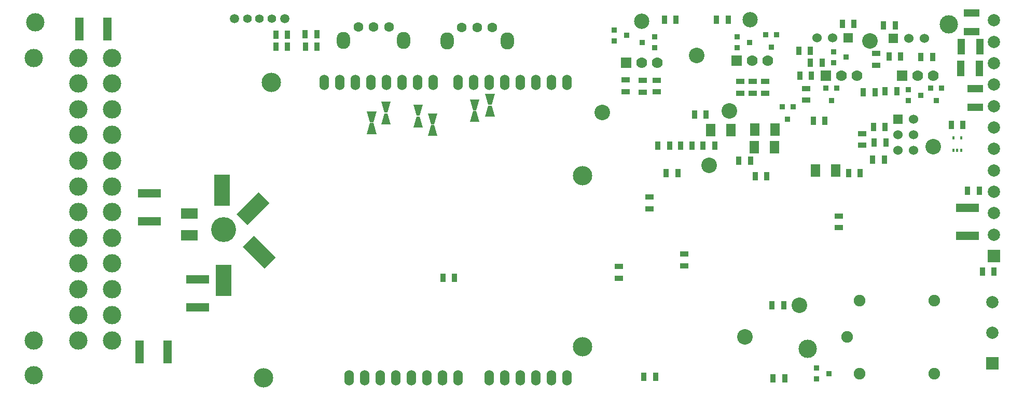
<source format=gbs>
G04 (created by PCBNEW (2013-03-19 BZR 4004)-stable) date 2/16/2014 5:39:05 PM*
%MOIN*%
G04 Gerber Fmt 3.4, Leading zero omitted, Abs format*
%FSLAX34Y34*%
G01*
G70*
G90*
G04 APERTURE LIST*
%ADD10C,0.006*%
%ADD11R,0.036X0.036*%
%ADD12R,0.035X0.055*%
%ADD13R,0.012X0.02*%
%ADD14R,0.06X0.08*%
%ADD15R,0.055X0.035*%
%ADD16R,0.06X0.06*%
%ADD17C,0.06*%
%ADD18R,0.0787402X0.0787402*%
%ADD19C,0.0787402*%
%ADD20R,0.15X0.055*%
%ADD21R,0.055X0.15*%
%ADD22R,0.11X0.07*%
%ADD23C,0.075*%
%ADD24C,0.11811*%
%ADD25C,0.16*%
%ADD26R,0.1X0.2*%
%ADD27R,0.1X0.05*%
%ADD28R,0.05X0.1*%
%ADD29C,0.0984252*%
%ADD30C,0.07*%
%ADD31R,0.07X0.07*%
%ADD32O,0.0866142X0.110236*%
%ADD33C,0.0629921*%
%ADD34C,0.0590551*%
%ADD35C,0.0551181*%
%ADD36O,0.06X0.1*%
%ADD37O,0.125X0.125*%
%ADD38C,0.1*%
G04 APERTURE END LIST*
G54D10*
G54D11*
X73400Y-53650D03*
X73400Y-54350D03*
X74200Y-54000D03*
G54D12*
X62325Y-54200D03*
X63075Y-54200D03*
X71300Y-49625D03*
X70550Y-49625D03*
X70625Y-54300D03*
X71375Y-54300D03*
G54D13*
X82700Y-39650D03*
X82200Y-39650D03*
X82700Y-38850D03*
X82450Y-39650D03*
X82200Y-38850D03*
G54D14*
X70750Y-38300D03*
X69450Y-38300D03*
X66600Y-38350D03*
X67900Y-38350D03*
X69400Y-39450D03*
X70700Y-39450D03*
X73350Y-40950D03*
X74650Y-40950D03*
G54D12*
X77775Y-40250D03*
X77025Y-40250D03*
X66875Y-39350D03*
X66125Y-39350D03*
X63975Y-39350D03*
X63225Y-39350D03*
G54D15*
X76350Y-39325D03*
X76350Y-38575D03*
G54D12*
X73195Y-37760D03*
X73945Y-37760D03*
X82075Y-38000D03*
X82825Y-38000D03*
X77875Y-39150D03*
X77125Y-39150D03*
X76225Y-41100D03*
X75475Y-41100D03*
X77825Y-38150D03*
X77075Y-38150D03*
X69475Y-41300D03*
X70225Y-41300D03*
X66325Y-37350D03*
X65575Y-37350D03*
G54D16*
X78650Y-37650D03*
G54D17*
X79650Y-37650D03*
X78650Y-38650D03*
X79650Y-38650D03*
X78650Y-39650D03*
X79650Y-39650D03*
G54D18*
X84700Y-53350D03*
G54D19*
X84700Y-51381D03*
X84700Y-49412D03*
G54D18*
X84800Y-46450D03*
G54D19*
X84800Y-45072D03*
X84800Y-43694D03*
X84800Y-42316D03*
X84800Y-40938D03*
X84800Y-39560D03*
X84800Y-38182D03*
X84800Y-36804D03*
X84800Y-35426D03*
X84800Y-34048D03*
X84800Y-32670D03*
X84800Y-31292D03*
G54D12*
X50150Y-47850D03*
X49400Y-47850D03*
G54D11*
X71900Y-36850D03*
X71200Y-36850D03*
X71550Y-37650D03*
G54D20*
X83100Y-45150D03*
X83100Y-43350D03*
G54D15*
X74850Y-44625D03*
X74850Y-43875D03*
X62675Y-43400D03*
X62675Y-42650D03*
G54D21*
X26050Y-31850D03*
X27850Y-31850D03*
G54D20*
X33650Y-49750D03*
X33650Y-47950D03*
G54D21*
X29900Y-52600D03*
X31700Y-52600D03*
G54D20*
X30550Y-44225D03*
X30550Y-42425D03*
G54D22*
X33100Y-45100D03*
X33100Y-43700D03*
G54D15*
X70100Y-35225D03*
X70100Y-35975D03*
X69300Y-35225D03*
X69300Y-35975D03*
G54D12*
X78575Y-35850D03*
X77825Y-35850D03*
G54D15*
X63145Y-35135D03*
X63145Y-35885D03*
X62230Y-35150D03*
X62230Y-35900D03*
G54D12*
X77725Y-31600D03*
X78475Y-31600D03*
X75075Y-31500D03*
X75825Y-31500D03*
X78075Y-33600D03*
X78825Y-33600D03*
X73025Y-33250D03*
X72275Y-33250D03*
G54D15*
X68500Y-35225D03*
X68500Y-35975D03*
X61145Y-35120D03*
X61145Y-35870D03*
G54D12*
X76410Y-35910D03*
X77160Y-35910D03*
G54D15*
X77250Y-33425D03*
X77250Y-34175D03*
G54D12*
X80125Y-33650D03*
X80875Y-33650D03*
X73025Y-34000D03*
X73775Y-34000D03*
X72340Y-34855D03*
X73090Y-34855D03*
X41325Y-32975D03*
X40575Y-32975D03*
X39425Y-32975D03*
X38675Y-32975D03*
X38675Y-32200D03*
X39425Y-32200D03*
X40550Y-32175D03*
X41300Y-32175D03*
G54D11*
X74725Y-35635D03*
X74025Y-35635D03*
X74375Y-36435D03*
X68300Y-32350D03*
X68300Y-33050D03*
X69100Y-32700D03*
X70850Y-32200D03*
X70150Y-32200D03*
X70500Y-33000D03*
X74520Y-33300D03*
X74520Y-34000D03*
X75320Y-33650D03*
X79300Y-35750D03*
X79300Y-36450D03*
X80100Y-36100D03*
X81450Y-35650D03*
X80750Y-35650D03*
X81100Y-36450D03*
X60400Y-31905D03*
X60400Y-32605D03*
X61200Y-32255D03*
X63005Y-33050D03*
X63005Y-32350D03*
X62205Y-32700D03*
G54D15*
X60700Y-47125D03*
X60700Y-47875D03*
G54D12*
X84825Y-47450D03*
X84075Y-47450D03*
G54D15*
X64900Y-46325D03*
X64900Y-47075D03*
G54D23*
X75360Y-51660D03*
X76160Y-49300D03*
X80960Y-49300D03*
X80960Y-54020D03*
X76160Y-54020D03*
G54D24*
X23200Y-31400D03*
X23100Y-54100D03*
X81900Y-31550D03*
G54D25*
X35300Y-44750D03*
G54D16*
X35300Y-47500D03*
G54D17*
X35300Y-48500D03*
G54D26*
X35300Y-48000D03*
G54D10*
G36*
X36822Y-45846D02*
X37246Y-45422D01*
X37670Y-45846D01*
X37246Y-46270D01*
X36822Y-45846D01*
X36822Y-45846D01*
G37*
G54D17*
X37953Y-46553D03*
G54D10*
G36*
X36539Y-45846D02*
X37246Y-45139D01*
X38660Y-46553D01*
X37953Y-47260D01*
X36539Y-45846D01*
X36539Y-45846D01*
G37*
G54D16*
X35200Y-42700D03*
G54D17*
X35200Y-41700D03*
G54D26*
X35200Y-42200D03*
G54D10*
G36*
X36846Y-44177D02*
X36422Y-43753D01*
X36846Y-43329D01*
X37270Y-43753D01*
X36846Y-44177D01*
X36846Y-44177D01*
G37*
G54D17*
X37553Y-43046D03*
G54D10*
G36*
X36846Y-44460D02*
X36139Y-43753D01*
X37553Y-42339D01*
X38260Y-43046D01*
X36846Y-44460D01*
X36846Y-44460D01*
G37*
G54D12*
X65425Y-39350D03*
X64675Y-39350D03*
G54D10*
G36*
X52730Y-37480D02*
X52120Y-37480D01*
X52320Y-36770D01*
X52530Y-36770D01*
X52730Y-37480D01*
X52730Y-37480D01*
G37*
G36*
X52320Y-36730D02*
X52120Y-36020D01*
X52730Y-36020D01*
X52530Y-36730D01*
X52320Y-36730D01*
X52320Y-36730D01*
G37*
G36*
X51755Y-37830D02*
X51145Y-37830D01*
X51345Y-37120D01*
X51555Y-37120D01*
X51755Y-37830D01*
X51755Y-37830D01*
G37*
G36*
X51345Y-37080D02*
X51145Y-36370D01*
X51755Y-36370D01*
X51555Y-37080D01*
X51345Y-37080D01*
X51345Y-37080D01*
G37*
G36*
X49055Y-38730D02*
X48445Y-38730D01*
X48645Y-38020D01*
X48855Y-38020D01*
X49055Y-38730D01*
X49055Y-38730D01*
G37*
G36*
X48645Y-37980D02*
X48445Y-37270D01*
X49055Y-37270D01*
X48855Y-37980D01*
X48645Y-37980D01*
X48645Y-37980D01*
G37*
G36*
X48105Y-38180D02*
X47495Y-38180D01*
X47695Y-37470D01*
X47905Y-37470D01*
X48105Y-38180D01*
X48105Y-38180D01*
G37*
G36*
X47695Y-37430D02*
X47495Y-36720D01*
X48105Y-36720D01*
X47905Y-37430D01*
X47695Y-37430D01*
X47695Y-37430D01*
G37*
G36*
X46055Y-37980D02*
X45445Y-37980D01*
X45645Y-37270D01*
X45855Y-37270D01*
X46055Y-37980D01*
X46055Y-37980D01*
G37*
G36*
X45645Y-37230D02*
X45445Y-36520D01*
X46055Y-36520D01*
X45855Y-37230D01*
X45645Y-37230D01*
X45645Y-37230D01*
G37*
G36*
X45130Y-38605D02*
X44520Y-38605D01*
X44720Y-37895D01*
X44930Y-37895D01*
X45130Y-38605D01*
X45130Y-38605D01*
G37*
G36*
X44720Y-37855D02*
X44520Y-37145D01*
X45130Y-37145D01*
X44930Y-37855D01*
X44720Y-37855D01*
X44720Y-37855D01*
G37*
G54D27*
X83360Y-30820D03*
X83360Y-32020D03*
G54D28*
X83900Y-32980D03*
X82700Y-32980D03*
X83860Y-34380D03*
X82660Y-34380D03*
G54D27*
X83620Y-36880D03*
X83620Y-35680D03*
G54D12*
X64505Y-41120D03*
X63755Y-41120D03*
G54D29*
X69145Y-31240D03*
X62190Y-31355D03*
G54D12*
X63630Y-31260D03*
X64380Y-31260D03*
X67740Y-31260D03*
X66990Y-31260D03*
G54D30*
X62160Y-34010D03*
X63160Y-34010D03*
G54D31*
X61160Y-34010D03*
G54D30*
X79915Y-34835D03*
X80915Y-34835D03*
G54D31*
X78915Y-34835D03*
G54D30*
X75000Y-34850D03*
X76000Y-34850D03*
G54D31*
X74000Y-34850D03*
G54D30*
X69265Y-33865D03*
X70265Y-33865D03*
G54D31*
X68265Y-33865D03*
G54D32*
X46879Y-32566D03*
X43020Y-32566D03*
G54D33*
X44950Y-31700D03*
X45934Y-31700D03*
X43965Y-31700D03*
G54D32*
X53529Y-32616D03*
X49670Y-32616D03*
G54D33*
X51600Y-31750D03*
X52584Y-31750D03*
X50615Y-31750D03*
G54D34*
X39240Y-31190D03*
X36011Y-31190D03*
G54D35*
X38413Y-31190D03*
X37625Y-31190D03*
X36838Y-31190D03*
G54D36*
X48790Y-35280D03*
X47790Y-35280D03*
X46790Y-35280D03*
X45790Y-35280D03*
X44790Y-35280D03*
X43790Y-35280D03*
X42790Y-35280D03*
X41790Y-35280D03*
X46390Y-54280D03*
X45390Y-54280D03*
X44390Y-54280D03*
X43390Y-54280D03*
X47390Y-54280D03*
X48390Y-54280D03*
X49390Y-54280D03*
X50390Y-54280D03*
X52390Y-54280D03*
X53390Y-54280D03*
X54390Y-54280D03*
X55390Y-54280D03*
X56390Y-54280D03*
X57390Y-54280D03*
X57390Y-35280D03*
X56390Y-35280D03*
X55390Y-35280D03*
X54390Y-35280D03*
X53390Y-35280D03*
X52390Y-35280D03*
X51390Y-35280D03*
X50390Y-35280D03*
G54D37*
X58390Y-52280D03*
X58390Y-41280D03*
X38390Y-35280D03*
X37890Y-54280D03*
G54D24*
X23100Y-33700D03*
X23100Y-51888D03*
X25974Y-51888D03*
X25974Y-50235D03*
X25974Y-48581D03*
X25974Y-46928D03*
X25974Y-45274D03*
X25974Y-43621D03*
X25974Y-41967D03*
X25974Y-40314D03*
X25974Y-38660D03*
X25974Y-37007D03*
X25974Y-35353D03*
X25974Y-33700D03*
X28139Y-51888D03*
X28139Y-50235D03*
X28139Y-48581D03*
X28139Y-46928D03*
X28139Y-45274D03*
X28139Y-43621D03*
X28139Y-41967D03*
X28139Y-40314D03*
X28139Y-38660D03*
X28139Y-37007D03*
X28139Y-35353D03*
X28139Y-33700D03*
X72850Y-52400D03*
G54D38*
X67800Y-37100D03*
X76850Y-32600D03*
X65700Y-33550D03*
X72300Y-49600D03*
X68800Y-51650D03*
X59650Y-37200D03*
X80900Y-39400D03*
X66500Y-40600D03*
G54D12*
X68425Y-40300D03*
X69175Y-40300D03*
X83875Y-42250D03*
X83125Y-42250D03*
G54D15*
X72750Y-35675D03*
X72750Y-36425D03*
G54D16*
X75450Y-32400D03*
G54D17*
X74450Y-32400D03*
X73450Y-32400D03*
G54D16*
X78350Y-32450D03*
G54D17*
X79350Y-32450D03*
X80350Y-32450D03*
M02*

</source>
